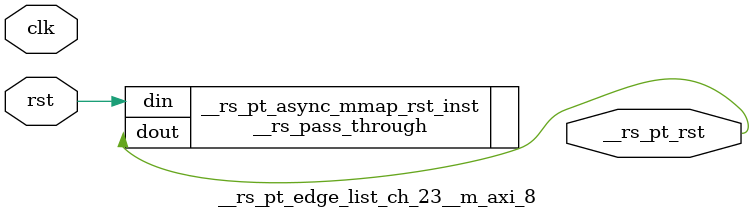
<source format=v>
`timescale 1 ns / 1 ps
/**   Generated by RapidStream   **/
module __rs_pt_edge_list_ch_23__m_axi_8 #(
    parameter BufferSize         = 32,
    parameter BufferSizeLog      = 5,
    parameter AddrWidth          = 64,
    parameter AxiSideAddrWidth   = 64,
    parameter DataWidth          = 512,
    parameter DataWidthBytesLog  = 6,
    parameter WaitTimeWidth      = 4,
    parameter BurstLenWidth      = 8,
    parameter EnableReadChannel  = 1,
    parameter EnableWriteChannel = 1,
    parameter MaxWaitTime        = 3,
    parameter MaxBurstLen        = 15
) (
    output wire __rs_pt_rst,
    input wire  clk,
    input wire  rst
);




__rs_pass_through #(
    .WIDTH (1)
) __rs_pt_async_mmap_rst_inst /**   Generated by RapidStream   **/ (
    .din  (rst),
    .dout (__rs_pt_rst)
);

endmodule  // __rs_pt_edge_list_ch_23__m_axi_8
</source>
